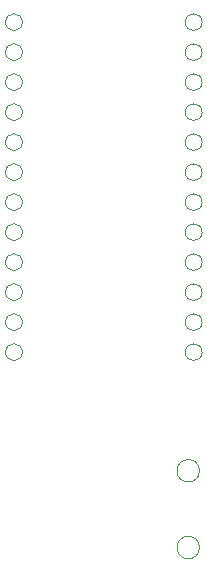
<source format=gbr>
G04 #@! TF.GenerationSoftware,KiCad,Pcbnew,(5.1.9)-1*
G04 #@! TF.CreationDate,2021-03-06T18:04:28-05:00*
G04 #@! TF.ProjectId,ya36,79613336-2e6b-4696-9361-645f70636258,rev?*
G04 #@! TF.SameCoordinates,Original*
G04 #@! TF.FileFunction,Legend,Top*
G04 #@! TF.FilePolarity,Positive*
%FSLAX46Y46*%
G04 Gerber Fmt 4.6, Leading zero omitted, Abs format (unit mm)*
G04 Created by KiCad (PCBNEW (5.1.9)-1) date 2021-03-06 18:04:28*
%MOMM*%
%LPD*%
G01*
G04 APERTURE LIST*
%ADD10C,0.100000*%
%ADD11C,0.150000*%
G04 APERTURE END LIST*
D10*
X135103400Y-55272000D02*
G75*
G03*
X135103400Y-55272000I-712000J0D01*
G01*
X135103400Y-57812000D02*
G75*
G03*
X135103400Y-57812000I-712000J0D01*
G01*
X135103400Y-60352000D02*
G75*
G03*
X135103400Y-60352000I-712000J0D01*
G01*
X135103400Y-62892000D02*
G75*
G03*
X135103400Y-62892000I-712000J0D01*
G01*
X135103400Y-65432000D02*
G75*
G03*
X135103400Y-65432000I-712000J0D01*
G01*
X135103400Y-67972000D02*
G75*
G03*
X135103400Y-67972000I-712000J0D01*
G01*
X135103400Y-70512000D02*
G75*
G03*
X135103400Y-70512000I-712000J0D01*
G01*
X135103400Y-73052000D02*
G75*
G03*
X135103400Y-73052000I-712000J0D01*
G01*
X135103400Y-75592000D02*
G75*
G03*
X135103400Y-75592000I-712000J0D01*
G01*
X135103400Y-78132000D02*
G75*
G03*
X135103400Y-78132000I-712000J0D01*
G01*
X135103400Y-80672000D02*
G75*
G03*
X135103400Y-80672000I-712000J0D01*
G01*
X135103400Y-83212000D02*
G75*
G03*
X135103400Y-83212000I-712000J0D01*
G01*
X150323400Y-83212000D02*
G75*
G03*
X150323400Y-83212000I-712000J0D01*
G01*
X150323400Y-80672000D02*
G75*
G03*
X150323400Y-80672000I-712000J0D01*
G01*
X150323400Y-78132000D02*
G75*
G03*
X150323400Y-78132000I-712000J0D01*
G01*
X150323400Y-75592000D02*
G75*
G03*
X150323400Y-75592000I-712000J0D01*
G01*
X150323400Y-73052000D02*
G75*
G03*
X150323400Y-73052000I-712000J0D01*
G01*
X150323400Y-70512000D02*
G75*
G03*
X150323400Y-70512000I-712000J0D01*
G01*
X150323400Y-67972000D02*
G75*
G03*
X150323400Y-67972000I-712000J0D01*
G01*
X150323400Y-65432000D02*
G75*
G03*
X150323400Y-65432000I-712000J0D01*
G01*
X150323400Y-62892000D02*
G75*
G03*
X150323400Y-62892000I-712000J0D01*
G01*
X150323400Y-60352000D02*
G75*
G03*
X150323400Y-60352000I-712000J0D01*
G01*
X150323400Y-57812000D02*
G75*
G03*
X150323400Y-57812000I-712000J0D01*
G01*
X150323400Y-55272000D02*
G75*
G03*
X150323400Y-55272000I-712000J0D01*
G01*
X150100000Y-93250000D02*
G75*
G03*
X150100000Y-93250000I-950000J0D01*
G01*
X150100000Y-99750000D02*
G75*
G03*
X150100000Y-99750000I-950000J0D01*
G01*
D11*
M02*

</source>
